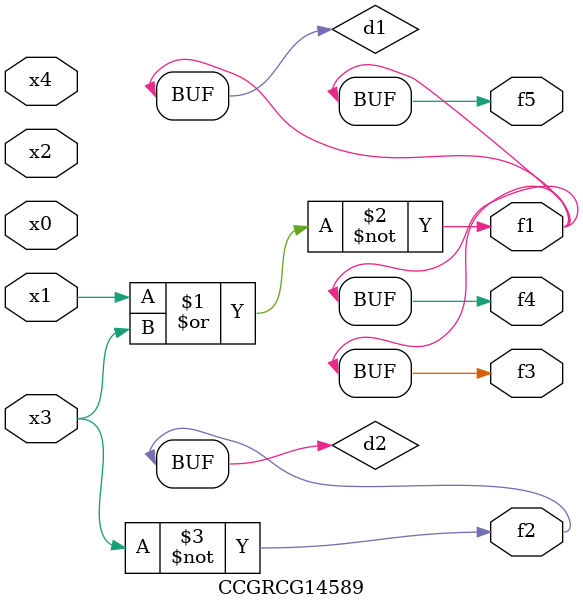
<source format=v>
module CCGRCG14589(
	input x0, x1, x2, x3, x4,
	output f1, f2, f3, f4, f5
);

	wire d1, d2;

	nor (d1, x1, x3);
	not (d2, x3);
	assign f1 = d1;
	assign f2 = d2;
	assign f3 = d1;
	assign f4 = d1;
	assign f5 = d1;
endmodule

</source>
